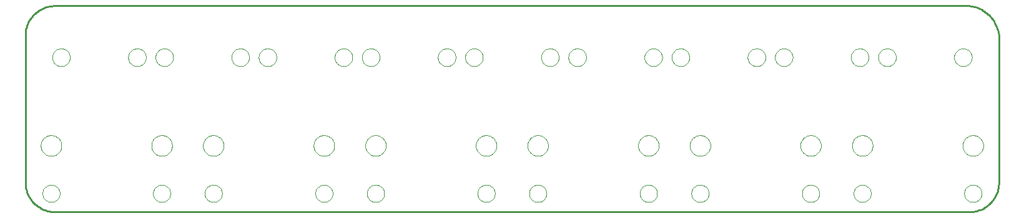
<source format=gko>
G75*
G70*
%OFA0B0*%
%FSLAX24Y24*%
%IPPOS*%
%LPD*%
%AMOC8*
5,1,8,0,0,1.08239X$1,22.5*
%
%ADD10C,0.0100*%
%ADD11C,0.0000*%
D10*
X026003Y001756D02*
X026003Y009630D01*
X026005Y009707D01*
X026011Y009784D01*
X026020Y009861D01*
X026033Y009937D01*
X026050Y010013D01*
X026071Y010087D01*
X026095Y010161D01*
X026123Y010233D01*
X026154Y010303D01*
X026189Y010372D01*
X026227Y010440D01*
X026268Y010505D01*
X026313Y010568D01*
X026361Y010629D01*
X026411Y010688D01*
X026464Y010744D01*
X026520Y010797D01*
X026579Y010847D01*
X026640Y010895D01*
X026703Y010940D01*
X026768Y010981D01*
X026836Y011019D01*
X026905Y011054D01*
X026975Y011085D01*
X027047Y011113D01*
X027121Y011137D01*
X027195Y011158D01*
X027271Y011175D01*
X027347Y011188D01*
X027424Y011197D01*
X027501Y011203D01*
X027578Y011205D01*
X076397Y011205D01*
X076481Y011194D01*
X076564Y011178D01*
X076647Y011159D01*
X076729Y011136D01*
X076809Y011109D01*
X076888Y011078D01*
X076966Y011043D01*
X077041Y011005D01*
X077115Y010963D01*
X077187Y010918D01*
X077257Y010869D01*
X077324Y010817D01*
X077388Y010762D01*
X077450Y010704D01*
X077509Y010643D01*
X077565Y010580D01*
X077618Y010513D01*
X077668Y010445D01*
X077715Y010374D01*
X077758Y010301D01*
X077797Y010225D01*
X077833Y010149D01*
X077865Y010070D01*
X077894Y009990D01*
X077918Y009909D01*
X077939Y009827D01*
X077956Y009743D01*
X077969Y009659D01*
X077977Y009575D01*
X077982Y009490D01*
X077983Y009405D01*
X077979Y009321D01*
X077972Y009236D01*
X077972Y009237D02*
X077972Y001756D01*
X077970Y001679D01*
X077964Y001602D01*
X077955Y001525D01*
X077942Y001449D01*
X077925Y001373D01*
X077904Y001299D01*
X077880Y001225D01*
X077852Y001153D01*
X077821Y001083D01*
X077786Y001014D01*
X077748Y000946D01*
X077707Y000881D01*
X077662Y000818D01*
X077614Y000757D01*
X077564Y000698D01*
X077511Y000642D01*
X077455Y000589D01*
X077396Y000539D01*
X077335Y000491D01*
X077272Y000446D01*
X077207Y000405D01*
X077139Y000367D01*
X077070Y000332D01*
X077000Y000301D01*
X076928Y000273D01*
X076854Y000249D01*
X076780Y000228D01*
X076704Y000211D01*
X076628Y000198D01*
X076551Y000189D01*
X076474Y000183D01*
X076397Y000181D01*
X027578Y000181D01*
X027501Y000183D01*
X027424Y000189D01*
X027347Y000198D01*
X027271Y000211D01*
X027195Y000228D01*
X027121Y000249D01*
X027047Y000273D01*
X026975Y000301D01*
X026905Y000332D01*
X026836Y000367D01*
X026768Y000405D01*
X026703Y000446D01*
X026640Y000491D01*
X026579Y000539D01*
X026520Y000589D01*
X026464Y000642D01*
X026411Y000698D01*
X026361Y000757D01*
X026313Y000818D01*
X026268Y000881D01*
X026227Y000946D01*
X026189Y001014D01*
X026154Y001083D01*
X026123Y001153D01*
X026095Y001225D01*
X026071Y001299D01*
X026050Y001373D01*
X026033Y001449D01*
X026020Y001525D01*
X026011Y001602D01*
X026005Y001679D01*
X026003Y001756D01*
D11*
X026918Y001166D02*
X026920Y001209D01*
X026926Y001251D01*
X026936Y001293D01*
X026949Y001333D01*
X026967Y001372D01*
X026987Y001410D01*
X027012Y001445D01*
X027039Y001478D01*
X027069Y001508D01*
X027102Y001535D01*
X027137Y001560D01*
X027175Y001580D01*
X027214Y001598D01*
X027254Y001611D01*
X027296Y001621D01*
X027338Y001627D01*
X027381Y001629D01*
X027424Y001627D01*
X027466Y001621D01*
X027508Y001611D01*
X027548Y001598D01*
X027587Y001580D01*
X027625Y001560D01*
X027660Y001535D01*
X027693Y001508D01*
X027723Y001478D01*
X027750Y001445D01*
X027775Y001410D01*
X027795Y001372D01*
X027813Y001333D01*
X027826Y001293D01*
X027836Y001251D01*
X027842Y001209D01*
X027844Y001166D01*
X027842Y001123D01*
X027836Y001081D01*
X027826Y001039D01*
X027813Y000999D01*
X027795Y000960D01*
X027775Y000922D01*
X027750Y000887D01*
X027723Y000854D01*
X027693Y000824D01*
X027660Y000797D01*
X027625Y000772D01*
X027587Y000752D01*
X027548Y000734D01*
X027508Y000721D01*
X027466Y000711D01*
X027424Y000705D01*
X027381Y000703D01*
X027338Y000705D01*
X027296Y000711D01*
X027254Y000721D01*
X027214Y000734D01*
X027175Y000752D01*
X027137Y000772D01*
X027102Y000797D01*
X027069Y000824D01*
X027039Y000854D01*
X027012Y000887D01*
X026987Y000922D01*
X026967Y000960D01*
X026949Y000999D01*
X026936Y001039D01*
X026926Y001081D01*
X026920Y001123D01*
X026918Y001166D01*
X032824Y001166D02*
X032826Y001209D01*
X032832Y001251D01*
X032842Y001293D01*
X032855Y001333D01*
X032873Y001372D01*
X032893Y001410D01*
X032918Y001445D01*
X032945Y001478D01*
X032975Y001508D01*
X033008Y001535D01*
X033043Y001560D01*
X033081Y001580D01*
X033120Y001598D01*
X033160Y001611D01*
X033202Y001621D01*
X033244Y001627D01*
X033287Y001629D01*
X033330Y001627D01*
X033372Y001621D01*
X033414Y001611D01*
X033454Y001598D01*
X033493Y001580D01*
X033531Y001560D01*
X033566Y001535D01*
X033599Y001508D01*
X033629Y001478D01*
X033656Y001445D01*
X033681Y001410D01*
X033701Y001372D01*
X033719Y001333D01*
X033732Y001293D01*
X033742Y001251D01*
X033748Y001209D01*
X033750Y001166D01*
X033748Y001123D01*
X033742Y001081D01*
X033732Y001039D01*
X033719Y000999D01*
X033701Y000960D01*
X033681Y000922D01*
X033656Y000887D01*
X033629Y000854D01*
X033599Y000824D01*
X033566Y000797D01*
X033531Y000772D01*
X033493Y000752D01*
X033454Y000734D01*
X033414Y000721D01*
X033372Y000711D01*
X033330Y000705D01*
X033287Y000703D01*
X033244Y000705D01*
X033202Y000711D01*
X033160Y000721D01*
X033120Y000734D01*
X033081Y000752D01*
X033043Y000772D01*
X033008Y000797D01*
X032975Y000824D01*
X032945Y000854D01*
X032918Y000887D01*
X032893Y000922D01*
X032873Y000960D01*
X032855Y000999D01*
X032842Y001039D01*
X032832Y001081D01*
X032826Y001123D01*
X032824Y001166D01*
X035580Y001166D02*
X035582Y001209D01*
X035588Y001251D01*
X035598Y001293D01*
X035611Y001333D01*
X035629Y001372D01*
X035649Y001410D01*
X035674Y001445D01*
X035701Y001478D01*
X035731Y001508D01*
X035764Y001535D01*
X035799Y001560D01*
X035837Y001580D01*
X035876Y001598D01*
X035916Y001611D01*
X035958Y001621D01*
X036000Y001627D01*
X036043Y001629D01*
X036086Y001627D01*
X036128Y001621D01*
X036170Y001611D01*
X036210Y001598D01*
X036249Y001580D01*
X036287Y001560D01*
X036322Y001535D01*
X036355Y001508D01*
X036385Y001478D01*
X036412Y001445D01*
X036437Y001410D01*
X036457Y001372D01*
X036475Y001333D01*
X036488Y001293D01*
X036498Y001251D01*
X036504Y001209D01*
X036506Y001166D01*
X036504Y001123D01*
X036498Y001081D01*
X036488Y001039D01*
X036475Y000999D01*
X036457Y000960D01*
X036437Y000922D01*
X036412Y000887D01*
X036385Y000854D01*
X036355Y000824D01*
X036322Y000797D01*
X036287Y000772D01*
X036249Y000752D01*
X036210Y000734D01*
X036170Y000721D01*
X036128Y000711D01*
X036086Y000705D01*
X036043Y000703D01*
X036000Y000705D01*
X035958Y000711D01*
X035916Y000721D01*
X035876Y000734D01*
X035837Y000752D01*
X035799Y000772D01*
X035764Y000797D01*
X035731Y000824D01*
X035701Y000854D01*
X035674Y000887D01*
X035649Y000922D01*
X035629Y000960D01*
X035611Y000999D01*
X035598Y001039D01*
X035588Y001081D01*
X035582Y001123D01*
X035580Y001166D01*
X041485Y001166D02*
X041487Y001209D01*
X041493Y001251D01*
X041503Y001293D01*
X041516Y001333D01*
X041534Y001372D01*
X041554Y001410D01*
X041579Y001445D01*
X041606Y001478D01*
X041636Y001508D01*
X041669Y001535D01*
X041704Y001560D01*
X041742Y001580D01*
X041781Y001598D01*
X041821Y001611D01*
X041863Y001621D01*
X041905Y001627D01*
X041948Y001629D01*
X041991Y001627D01*
X042033Y001621D01*
X042075Y001611D01*
X042115Y001598D01*
X042154Y001580D01*
X042192Y001560D01*
X042227Y001535D01*
X042260Y001508D01*
X042290Y001478D01*
X042317Y001445D01*
X042342Y001410D01*
X042362Y001372D01*
X042380Y001333D01*
X042393Y001293D01*
X042403Y001251D01*
X042409Y001209D01*
X042411Y001166D01*
X042409Y001123D01*
X042403Y001081D01*
X042393Y001039D01*
X042380Y000999D01*
X042362Y000960D01*
X042342Y000922D01*
X042317Y000887D01*
X042290Y000854D01*
X042260Y000824D01*
X042227Y000797D01*
X042192Y000772D01*
X042154Y000752D01*
X042115Y000734D01*
X042075Y000721D01*
X042033Y000711D01*
X041991Y000705D01*
X041948Y000703D01*
X041905Y000705D01*
X041863Y000711D01*
X041821Y000721D01*
X041781Y000734D01*
X041742Y000752D01*
X041704Y000772D01*
X041669Y000797D01*
X041636Y000824D01*
X041606Y000854D01*
X041579Y000887D01*
X041554Y000922D01*
X041534Y000960D01*
X041516Y000999D01*
X041503Y001039D01*
X041493Y001081D01*
X041487Y001123D01*
X041485Y001166D01*
X044241Y001166D02*
X044243Y001209D01*
X044249Y001251D01*
X044259Y001293D01*
X044272Y001333D01*
X044290Y001372D01*
X044310Y001410D01*
X044335Y001445D01*
X044362Y001478D01*
X044392Y001508D01*
X044425Y001535D01*
X044460Y001560D01*
X044498Y001580D01*
X044537Y001598D01*
X044577Y001611D01*
X044619Y001621D01*
X044661Y001627D01*
X044704Y001629D01*
X044747Y001627D01*
X044789Y001621D01*
X044831Y001611D01*
X044871Y001598D01*
X044910Y001580D01*
X044948Y001560D01*
X044983Y001535D01*
X045016Y001508D01*
X045046Y001478D01*
X045073Y001445D01*
X045098Y001410D01*
X045118Y001372D01*
X045136Y001333D01*
X045149Y001293D01*
X045159Y001251D01*
X045165Y001209D01*
X045167Y001166D01*
X045165Y001123D01*
X045159Y001081D01*
X045149Y001039D01*
X045136Y000999D01*
X045118Y000960D01*
X045098Y000922D01*
X045073Y000887D01*
X045046Y000854D01*
X045016Y000824D01*
X044983Y000797D01*
X044948Y000772D01*
X044910Y000752D01*
X044871Y000734D01*
X044831Y000721D01*
X044789Y000711D01*
X044747Y000705D01*
X044704Y000703D01*
X044661Y000705D01*
X044619Y000711D01*
X044577Y000721D01*
X044537Y000734D01*
X044498Y000752D01*
X044460Y000772D01*
X044425Y000797D01*
X044392Y000824D01*
X044362Y000854D01*
X044335Y000887D01*
X044310Y000922D01*
X044290Y000960D01*
X044272Y000999D01*
X044259Y001039D01*
X044249Y001081D01*
X044243Y001123D01*
X044241Y001166D01*
X050146Y001166D02*
X050148Y001209D01*
X050154Y001251D01*
X050164Y001293D01*
X050177Y001333D01*
X050195Y001372D01*
X050215Y001410D01*
X050240Y001445D01*
X050267Y001478D01*
X050297Y001508D01*
X050330Y001535D01*
X050365Y001560D01*
X050403Y001580D01*
X050442Y001598D01*
X050482Y001611D01*
X050524Y001621D01*
X050566Y001627D01*
X050609Y001629D01*
X050652Y001627D01*
X050694Y001621D01*
X050736Y001611D01*
X050776Y001598D01*
X050815Y001580D01*
X050853Y001560D01*
X050888Y001535D01*
X050921Y001508D01*
X050951Y001478D01*
X050978Y001445D01*
X051003Y001410D01*
X051023Y001372D01*
X051041Y001333D01*
X051054Y001293D01*
X051064Y001251D01*
X051070Y001209D01*
X051072Y001166D01*
X051070Y001123D01*
X051064Y001081D01*
X051054Y001039D01*
X051041Y000999D01*
X051023Y000960D01*
X051003Y000922D01*
X050978Y000887D01*
X050951Y000854D01*
X050921Y000824D01*
X050888Y000797D01*
X050853Y000772D01*
X050815Y000752D01*
X050776Y000734D01*
X050736Y000721D01*
X050694Y000711D01*
X050652Y000705D01*
X050609Y000703D01*
X050566Y000705D01*
X050524Y000711D01*
X050482Y000721D01*
X050442Y000734D01*
X050403Y000752D01*
X050365Y000772D01*
X050330Y000797D01*
X050297Y000824D01*
X050267Y000854D01*
X050240Y000887D01*
X050215Y000922D01*
X050195Y000960D01*
X050177Y000999D01*
X050164Y001039D01*
X050154Y001081D01*
X050148Y001123D01*
X050146Y001166D01*
X052902Y001166D02*
X052904Y001209D01*
X052910Y001251D01*
X052920Y001293D01*
X052933Y001333D01*
X052951Y001372D01*
X052971Y001410D01*
X052996Y001445D01*
X053023Y001478D01*
X053053Y001508D01*
X053086Y001535D01*
X053121Y001560D01*
X053159Y001580D01*
X053198Y001598D01*
X053238Y001611D01*
X053280Y001621D01*
X053322Y001627D01*
X053365Y001629D01*
X053408Y001627D01*
X053450Y001621D01*
X053492Y001611D01*
X053532Y001598D01*
X053571Y001580D01*
X053609Y001560D01*
X053644Y001535D01*
X053677Y001508D01*
X053707Y001478D01*
X053734Y001445D01*
X053759Y001410D01*
X053779Y001372D01*
X053797Y001333D01*
X053810Y001293D01*
X053820Y001251D01*
X053826Y001209D01*
X053828Y001166D01*
X053826Y001123D01*
X053820Y001081D01*
X053810Y001039D01*
X053797Y000999D01*
X053779Y000960D01*
X053759Y000922D01*
X053734Y000887D01*
X053707Y000854D01*
X053677Y000824D01*
X053644Y000797D01*
X053609Y000772D01*
X053571Y000752D01*
X053532Y000734D01*
X053492Y000721D01*
X053450Y000711D01*
X053408Y000705D01*
X053365Y000703D01*
X053322Y000705D01*
X053280Y000711D01*
X053238Y000721D01*
X053198Y000734D01*
X053159Y000752D01*
X053121Y000772D01*
X053086Y000797D01*
X053053Y000824D01*
X053023Y000854D01*
X052996Y000887D01*
X052971Y000922D01*
X052951Y000960D01*
X052933Y000999D01*
X052920Y001039D01*
X052910Y001081D01*
X052904Y001123D01*
X052902Y001166D01*
X058808Y001166D02*
X058810Y001209D01*
X058816Y001251D01*
X058826Y001293D01*
X058839Y001333D01*
X058857Y001372D01*
X058877Y001410D01*
X058902Y001445D01*
X058929Y001478D01*
X058959Y001508D01*
X058992Y001535D01*
X059027Y001560D01*
X059065Y001580D01*
X059104Y001598D01*
X059144Y001611D01*
X059186Y001621D01*
X059228Y001627D01*
X059271Y001629D01*
X059314Y001627D01*
X059356Y001621D01*
X059398Y001611D01*
X059438Y001598D01*
X059477Y001580D01*
X059515Y001560D01*
X059550Y001535D01*
X059583Y001508D01*
X059613Y001478D01*
X059640Y001445D01*
X059665Y001410D01*
X059685Y001372D01*
X059703Y001333D01*
X059716Y001293D01*
X059726Y001251D01*
X059732Y001209D01*
X059734Y001166D01*
X059732Y001123D01*
X059726Y001081D01*
X059716Y001039D01*
X059703Y000999D01*
X059685Y000960D01*
X059665Y000922D01*
X059640Y000887D01*
X059613Y000854D01*
X059583Y000824D01*
X059550Y000797D01*
X059515Y000772D01*
X059477Y000752D01*
X059438Y000734D01*
X059398Y000721D01*
X059356Y000711D01*
X059314Y000705D01*
X059271Y000703D01*
X059228Y000705D01*
X059186Y000711D01*
X059144Y000721D01*
X059104Y000734D01*
X059065Y000752D01*
X059027Y000772D01*
X058992Y000797D01*
X058959Y000824D01*
X058929Y000854D01*
X058902Y000887D01*
X058877Y000922D01*
X058857Y000960D01*
X058839Y000999D01*
X058826Y001039D01*
X058816Y001081D01*
X058810Y001123D01*
X058808Y001166D01*
X061564Y001166D02*
X061566Y001209D01*
X061572Y001251D01*
X061582Y001293D01*
X061595Y001333D01*
X061613Y001372D01*
X061633Y001410D01*
X061658Y001445D01*
X061685Y001478D01*
X061715Y001508D01*
X061748Y001535D01*
X061783Y001560D01*
X061821Y001580D01*
X061860Y001598D01*
X061900Y001611D01*
X061942Y001621D01*
X061984Y001627D01*
X062027Y001629D01*
X062070Y001627D01*
X062112Y001621D01*
X062154Y001611D01*
X062194Y001598D01*
X062233Y001580D01*
X062271Y001560D01*
X062306Y001535D01*
X062339Y001508D01*
X062369Y001478D01*
X062396Y001445D01*
X062421Y001410D01*
X062441Y001372D01*
X062459Y001333D01*
X062472Y001293D01*
X062482Y001251D01*
X062488Y001209D01*
X062490Y001166D01*
X062488Y001123D01*
X062482Y001081D01*
X062472Y001039D01*
X062459Y000999D01*
X062441Y000960D01*
X062421Y000922D01*
X062396Y000887D01*
X062369Y000854D01*
X062339Y000824D01*
X062306Y000797D01*
X062271Y000772D01*
X062233Y000752D01*
X062194Y000734D01*
X062154Y000721D01*
X062112Y000711D01*
X062070Y000705D01*
X062027Y000703D01*
X061984Y000705D01*
X061942Y000711D01*
X061900Y000721D01*
X061860Y000734D01*
X061821Y000752D01*
X061783Y000772D01*
X061748Y000797D01*
X061715Y000824D01*
X061685Y000854D01*
X061658Y000887D01*
X061633Y000922D01*
X061613Y000960D01*
X061595Y000999D01*
X061582Y001039D01*
X061572Y001081D01*
X061566Y001123D01*
X061564Y001166D01*
X067469Y001166D02*
X067471Y001209D01*
X067477Y001251D01*
X067487Y001293D01*
X067500Y001333D01*
X067518Y001372D01*
X067538Y001410D01*
X067563Y001445D01*
X067590Y001478D01*
X067620Y001508D01*
X067653Y001535D01*
X067688Y001560D01*
X067726Y001580D01*
X067765Y001598D01*
X067805Y001611D01*
X067847Y001621D01*
X067889Y001627D01*
X067932Y001629D01*
X067975Y001627D01*
X068017Y001621D01*
X068059Y001611D01*
X068099Y001598D01*
X068138Y001580D01*
X068176Y001560D01*
X068211Y001535D01*
X068244Y001508D01*
X068274Y001478D01*
X068301Y001445D01*
X068326Y001410D01*
X068346Y001372D01*
X068364Y001333D01*
X068377Y001293D01*
X068387Y001251D01*
X068393Y001209D01*
X068395Y001166D01*
X068393Y001123D01*
X068387Y001081D01*
X068377Y001039D01*
X068364Y000999D01*
X068346Y000960D01*
X068326Y000922D01*
X068301Y000887D01*
X068274Y000854D01*
X068244Y000824D01*
X068211Y000797D01*
X068176Y000772D01*
X068138Y000752D01*
X068099Y000734D01*
X068059Y000721D01*
X068017Y000711D01*
X067975Y000705D01*
X067932Y000703D01*
X067889Y000705D01*
X067847Y000711D01*
X067805Y000721D01*
X067765Y000734D01*
X067726Y000752D01*
X067688Y000772D01*
X067653Y000797D01*
X067620Y000824D01*
X067590Y000854D01*
X067563Y000887D01*
X067538Y000922D01*
X067518Y000960D01*
X067500Y000999D01*
X067487Y001039D01*
X067477Y001081D01*
X067471Y001123D01*
X067469Y001166D01*
X070225Y001166D02*
X070227Y001209D01*
X070233Y001251D01*
X070243Y001293D01*
X070256Y001333D01*
X070274Y001372D01*
X070294Y001410D01*
X070319Y001445D01*
X070346Y001478D01*
X070376Y001508D01*
X070409Y001535D01*
X070444Y001560D01*
X070482Y001580D01*
X070521Y001598D01*
X070561Y001611D01*
X070603Y001621D01*
X070645Y001627D01*
X070688Y001629D01*
X070731Y001627D01*
X070773Y001621D01*
X070815Y001611D01*
X070855Y001598D01*
X070894Y001580D01*
X070932Y001560D01*
X070967Y001535D01*
X071000Y001508D01*
X071030Y001478D01*
X071057Y001445D01*
X071082Y001410D01*
X071102Y001372D01*
X071120Y001333D01*
X071133Y001293D01*
X071143Y001251D01*
X071149Y001209D01*
X071151Y001166D01*
X071149Y001123D01*
X071143Y001081D01*
X071133Y001039D01*
X071120Y000999D01*
X071102Y000960D01*
X071082Y000922D01*
X071057Y000887D01*
X071030Y000854D01*
X071000Y000824D01*
X070967Y000797D01*
X070932Y000772D01*
X070894Y000752D01*
X070855Y000734D01*
X070815Y000721D01*
X070773Y000711D01*
X070731Y000705D01*
X070688Y000703D01*
X070645Y000705D01*
X070603Y000711D01*
X070561Y000721D01*
X070521Y000734D01*
X070482Y000752D01*
X070444Y000772D01*
X070409Y000797D01*
X070376Y000824D01*
X070346Y000854D01*
X070319Y000887D01*
X070294Y000922D01*
X070274Y000960D01*
X070256Y000999D01*
X070243Y001039D01*
X070233Y001081D01*
X070227Y001123D01*
X070225Y001166D01*
X070137Y003725D02*
X070139Y003772D01*
X070145Y003818D01*
X070155Y003864D01*
X070168Y003909D01*
X070186Y003952D01*
X070207Y003994D01*
X070231Y004034D01*
X070259Y004071D01*
X070290Y004106D01*
X070324Y004139D01*
X070360Y004168D01*
X070399Y004194D01*
X070440Y004217D01*
X070483Y004236D01*
X070527Y004252D01*
X070572Y004264D01*
X070618Y004272D01*
X070665Y004276D01*
X070711Y004276D01*
X070758Y004272D01*
X070804Y004264D01*
X070849Y004252D01*
X070893Y004236D01*
X070936Y004217D01*
X070977Y004194D01*
X071016Y004168D01*
X071052Y004139D01*
X071086Y004106D01*
X071117Y004071D01*
X071145Y004034D01*
X071169Y003994D01*
X071190Y003952D01*
X071208Y003909D01*
X071221Y003864D01*
X071231Y003818D01*
X071237Y003772D01*
X071239Y003725D01*
X071237Y003678D01*
X071231Y003632D01*
X071221Y003586D01*
X071208Y003541D01*
X071190Y003498D01*
X071169Y003456D01*
X071145Y003416D01*
X071117Y003379D01*
X071086Y003344D01*
X071052Y003311D01*
X071016Y003282D01*
X070977Y003256D01*
X070936Y003233D01*
X070893Y003214D01*
X070849Y003198D01*
X070804Y003186D01*
X070758Y003178D01*
X070711Y003174D01*
X070665Y003174D01*
X070618Y003178D01*
X070572Y003186D01*
X070527Y003198D01*
X070483Y003214D01*
X070440Y003233D01*
X070399Y003256D01*
X070360Y003282D01*
X070324Y003311D01*
X070290Y003344D01*
X070259Y003379D01*
X070231Y003416D01*
X070207Y003456D01*
X070186Y003498D01*
X070168Y003541D01*
X070155Y003586D01*
X070145Y003632D01*
X070139Y003678D01*
X070137Y003725D01*
X067381Y003725D02*
X067383Y003772D01*
X067389Y003818D01*
X067399Y003864D01*
X067412Y003909D01*
X067430Y003952D01*
X067451Y003994D01*
X067475Y004034D01*
X067503Y004071D01*
X067534Y004106D01*
X067568Y004139D01*
X067604Y004168D01*
X067643Y004194D01*
X067684Y004217D01*
X067727Y004236D01*
X067771Y004252D01*
X067816Y004264D01*
X067862Y004272D01*
X067909Y004276D01*
X067955Y004276D01*
X068002Y004272D01*
X068048Y004264D01*
X068093Y004252D01*
X068137Y004236D01*
X068180Y004217D01*
X068221Y004194D01*
X068260Y004168D01*
X068296Y004139D01*
X068330Y004106D01*
X068361Y004071D01*
X068389Y004034D01*
X068413Y003994D01*
X068434Y003952D01*
X068452Y003909D01*
X068465Y003864D01*
X068475Y003818D01*
X068481Y003772D01*
X068483Y003725D01*
X068481Y003678D01*
X068475Y003632D01*
X068465Y003586D01*
X068452Y003541D01*
X068434Y003498D01*
X068413Y003456D01*
X068389Y003416D01*
X068361Y003379D01*
X068330Y003344D01*
X068296Y003311D01*
X068260Y003282D01*
X068221Y003256D01*
X068180Y003233D01*
X068137Y003214D01*
X068093Y003198D01*
X068048Y003186D01*
X068002Y003178D01*
X067955Y003174D01*
X067909Y003174D01*
X067862Y003178D01*
X067816Y003186D01*
X067771Y003198D01*
X067727Y003214D01*
X067684Y003233D01*
X067643Y003256D01*
X067604Y003282D01*
X067568Y003311D01*
X067534Y003344D01*
X067503Y003379D01*
X067475Y003416D01*
X067451Y003456D01*
X067430Y003498D01*
X067412Y003541D01*
X067399Y003586D01*
X067389Y003632D01*
X067383Y003678D01*
X067381Y003725D01*
X061476Y003725D02*
X061478Y003772D01*
X061484Y003818D01*
X061494Y003864D01*
X061507Y003909D01*
X061525Y003952D01*
X061546Y003994D01*
X061570Y004034D01*
X061598Y004071D01*
X061629Y004106D01*
X061663Y004139D01*
X061699Y004168D01*
X061738Y004194D01*
X061779Y004217D01*
X061822Y004236D01*
X061866Y004252D01*
X061911Y004264D01*
X061957Y004272D01*
X062004Y004276D01*
X062050Y004276D01*
X062097Y004272D01*
X062143Y004264D01*
X062188Y004252D01*
X062232Y004236D01*
X062275Y004217D01*
X062316Y004194D01*
X062355Y004168D01*
X062391Y004139D01*
X062425Y004106D01*
X062456Y004071D01*
X062484Y004034D01*
X062508Y003994D01*
X062529Y003952D01*
X062547Y003909D01*
X062560Y003864D01*
X062570Y003818D01*
X062576Y003772D01*
X062578Y003725D01*
X062576Y003678D01*
X062570Y003632D01*
X062560Y003586D01*
X062547Y003541D01*
X062529Y003498D01*
X062508Y003456D01*
X062484Y003416D01*
X062456Y003379D01*
X062425Y003344D01*
X062391Y003311D01*
X062355Y003282D01*
X062316Y003256D01*
X062275Y003233D01*
X062232Y003214D01*
X062188Y003198D01*
X062143Y003186D01*
X062097Y003178D01*
X062050Y003174D01*
X062004Y003174D01*
X061957Y003178D01*
X061911Y003186D01*
X061866Y003198D01*
X061822Y003214D01*
X061779Y003233D01*
X061738Y003256D01*
X061699Y003282D01*
X061663Y003311D01*
X061629Y003344D01*
X061598Y003379D01*
X061570Y003416D01*
X061546Y003456D01*
X061525Y003498D01*
X061507Y003541D01*
X061494Y003586D01*
X061484Y003632D01*
X061478Y003678D01*
X061476Y003725D01*
X058720Y003725D02*
X058722Y003772D01*
X058728Y003818D01*
X058738Y003864D01*
X058751Y003909D01*
X058769Y003952D01*
X058790Y003994D01*
X058814Y004034D01*
X058842Y004071D01*
X058873Y004106D01*
X058907Y004139D01*
X058943Y004168D01*
X058982Y004194D01*
X059023Y004217D01*
X059066Y004236D01*
X059110Y004252D01*
X059155Y004264D01*
X059201Y004272D01*
X059248Y004276D01*
X059294Y004276D01*
X059341Y004272D01*
X059387Y004264D01*
X059432Y004252D01*
X059476Y004236D01*
X059519Y004217D01*
X059560Y004194D01*
X059599Y004168D01*
X059635Y004139D01*
X059669Y004106D01*
X059700Y004071D01*
X059728Y004034D01*
X059752Y003994D01*
X059773Y003952D01*
X059791Y003909D01*
X059804Y003864D01*
X059814Y003818D01*
X059820Y003772D01*
X059822Y003725D01*
X059820Y003678D01*
X059814Y003632D01*
X059804Y003586D01*
X059791Y003541D01*
X059773Y003498D01*
X059752Y003456D01*
X059728Y003416D01*
X059700Y003379D01*
X059669Y003344D01*
X059635Y003311D01*
X059599Y003282D01*
X059560Y003256D01*
X059519Y003233D01*
X059476Y003214D01*
X059432Y003198D01*
X059387Y003186D01*
X059341Y003178D01*
X059294Y003174D01*
X059248Y003174D01*
X059201Y003178D01*
X059155Y003186D01*
X059110Y003198D01*
X059066Y003214D01*
X059023Y003233D01*
X058982Y003256D01*
X058943Y003282D01*
X058907Y003311D01*
X058873Y003344D01*
X058842Y003379D01*
X058814Y003416D01*
X058790Y003456D01*
X058769Y003498D01*
X058751Y003541D01*
X058738Y003586D01*
X058728Y003632D01*
X058722Y003678D01*
X058720Y003725D01*
X052814Y003725D02*
X052816Y003772D01*
X052822Y003818D01*
X052832Y003864D01*
X052845Y003909D01*
X052863Y003952D01*
X052884Y003994D01*
X052908Y004034D01*
X052936Y004071D01*
X052967Y004106D01*
X053001Y004139D01*
X053037Y004168D01*
X053076Y004194D01*
X053117Y004217D01*
X053160Y004236D01*
X053204Y004252D01*
X053249Y004264D01*
X053295Y004272D01*
X053342Y004276D01*
X053388Y004276D01*
X053435Y004272D01*
X053481Y004264D01*
X053526Y004252D01*
X053570Y004236D01*
X053613Y004217D01*
X053654Y004194D01*
X053693Y004168D01*
X053729Y004139D01*
X053763Y004106D01*
X053794Y004071D01*
X053822Y004034D01*
X053846Y003994D01*
X053867Y003952D01*
X053885Y003909D01*
X053898Y003864D01*
X053908Y003818D01*
X053914Y003772D01*
X053916Y003725D01*
X053914Y003678D01*
X053908Y003632D01*
X053898Y003586D01*
X053885Y003541D01*
X053867Y003498D01*
X053846Y003456D01*
X053822Y003416D01*
X053794Y003379D01*
X053763Y003344D01*
X053729Y003311D01*
X053693Y003282D01*
X053654Y003256D01*
X053613Y003233D01*
X053570Y003214D01*
X053526Y003198D01*
X053481Y003186D01*
X053435Y003178D01*
X053388Y003174D01*
X053342Y003174D01*
X053295Y003178D01*
X053249Y003186D01*
X053204Y003198D01*
X053160Y003214D01*
X053117Y003233D01*
X053076Y003256D01*
X053037Y003282D01*
X053001Y003311D01*
X052967Y003344D01*
X052936Y003379D01*
X052908Y003416D01*
X052884Y003456D01*
X052863Y003498D01*
X052845Y003541D01*
X052832Y003586D01*
X052822Y003632D01*
X052816Y003678D01*
X052814Y003725D01*
X050058Y003725D02*
X050060Y003772D01*
X050066Y003818D01*
X050076Y003864D01*
X050089Y003909D01*
X050107Y003952D01*
X050128Y003994D01*
X050152Y004034D01*
X050180Y004071D01*
X050211Y004106D01*
X050245Y004139D01*
X050281Y004168D01*
X050320Y004194D01*
X050361Y004217D01*
X050404Y004236D01*
X050448Y004252D01*
X050493Y004264D01*
X050539Y004272D01*
X050586Y004276D01*
X050632Y004276D01*
X050679Y004272D01*
X050725Y004264D01*
X050770Y004252D01*
X050814Y004236D01*
X050857Y004217D01*
X050898Y004194D01*
X050937Y004168D01*
X050973Y004139D01*
X051007Y004106D01*
X051038Y004071D01*
X051066Y004034D01*
X051090Y003994D01*
X051111Y003952D01*
X051129Y003909D01*
X051142Y003864D01*
X051152Y003818D01*
X051158Y003772D01*
X051160Y003725D01*
X051158Y003678D01*
X051152Y003632D01*
X051142Y003586D01*
X051129Y003541D01*
X051111Y003498D01*
X051090Y003456D01*
X051066Y003416D01*
X051038Y003379D01*
X051007Y003344D01*
X050973Y003311D01*
X050937Y003282D01*
X050898Y003256D01*
X050857Y003233D01*
X050814Y003214D01*
X050770Y003198D01*
X050725Y003186D01*
X050679Y003178D01*
X050632Y003174D01*
X050586Y003174D01*
X050539Y003178D01*
X050493Y003186D01*
X050448Y003198D01*
X050404Y003214D01*
X050361Y003233D01*
X050320Y003256D01*
X050281Y003282D01*
X050245Y003311D01*
X050211Y003344D01*
X050180Y003379D01*
X050152Y003416D01*
X050128Y003456D01*
X050107Y003498D01*
X050089Y003541D01*
X050076Y003586D01*
X050066Y003632D01*
X050060Y003678D01*
X050058Y003725D01*
X044153Y003725D02*
X044155Y003772D01*
X044161Y003818D01*
X044171Y003864D01*
X044184Y003909D01*
X044202Y003952D01*
X044223Y003994D01*
X044247Y004034D01*
X044275Y004071D01*
X044306Y004106D01*
X044340Y004139D01*
X044376Y004168D01*
X044415Y004194D01*
X044456Y004217D01*
X044499Y004236D01*
X044543Y004252D01*
X044588Y004264D01*
X044634Y004272D01*
X044681Y004276D01*
X044727Y004276D01*
X044774Y004272D01*
X044820Y004264D01*
X044865Y004252D01*
X044909Y004236D01*
X044952Y004217D01*
X044993Y004194D01*
X045032Y004168D01*
X045068Y004139D01*
X045102Y004106D01*
X045133Y004071D01*
X045161Y004034D01*
X045185Y003994D01*
X045206Y003952D01*
X045224Y003909D01*
X045237Y003864D01*
X045247Y003818D01*
X045253Y003772D01*
X045255Y003725D01*
X045253Y003678D01*
X045247Y003632D01*
X045237Y003586D01*
X045224Y003541D01*
X045206Y003498D01*
X045185Y003456D01*
X045161Y003416D01*
X045133Y003379D01*
X045102Y003344D01*
X045068Y003311D01*
X045032Y003282D01*
X044993Y003256D01*
X044952Y003233D01*
X044909Y003214D01*
X044865Y003198D01*
X044820Y003186D01*
X044774Y003178D01*
X044727Y003174D01*
X044681Y003174D01*
X044634Y003178D01*
X044588Y003186D01*
X044543Y003198D01*
X044499Y003214D01*
X044456Y003233D01*
X044415Y003256D01*
X044376Y003282D01*
X044340Y003311D01*
X044306Y003344D01*
X044275Y003379D01*
X044247Y003416D01*
X044223Y003456D01*
X044202Y003498D01*
X044184Y003541D01*
X044171Y003586D01*
X044161Y003632D01*
X044155Y003678D01*
X044153Y003725D01*
X041397Y003725D02*
X041399Y003772D01*
X041405Y003818D01*
X041415Y003864D01*
X041428Y003909D01*
X041446Y003952D01*
X041467Y003994D01*
X041491Y004034D01*
X041519Y004071D01*
X041550Y004106D01*
X041584Y004139D01*
X041620Y004168D01*
X041659Y004194D01*
X041700Y004217D01*
X041743Y004236D01*
X041787Y004252D01*
X041832Y004264D01*
X041878Y004272D01*
X041925Y004276D01*
X041971Y004276D01*
X042018Y004272D01*
X042064Y004264D01*
X042109Y004252D01*
X042153Y004236D01*
X042196Y004217D01*
X042237Y004194D01*
X042276Y004168D01*
X042312Y004139D01*
X042346Y004106D01*
X042377Y004071D01*
X042405Y004034D01*
X042429Y003994D01*
X042450Y003952D01*
X042468Y003909D01*
X042481Y003864D01*
X042491Y003818D01*
X042497Y003772D01*
X042499Y003725D01*
X042497Y003678D01*
X042491Y003632D01*
X042481Y003586D01*
X042468Y003541D01*
X042450Y003498D01*
X042429Y003456D01*
X042405Y003416D01*
X042377Y003379D01*
X042346Y003344D01*
X042312Y003311D01*
X042276Y003282D01*
X042237Y003256D01*
X042196Y003233D01*
X042153Y003214D01*
X042109Y003198D01*
X042064Y003186D01*
X042018Y003178D01*
X041971Y003174D01*
X041925Y003174D01*
X041878Y003178D01*
X041832Y003186D01*
X041787Y003198D01*
X041743Y003214D01*
X041700Y003233D01*
X041659Y003256D01*
X041620Y003282D01*
X041584Y003311D01*
X041550Y003344D01*
X041519Y003379D01*
X041491Y003416D01*
X041467Y003456D01*
X041446Y003498D01*
X041428Y003541D01*
X041415Y003586D01*
X041405Y003632D01*
X041399Y003678D01*
X041397Y003725D01*
X035492Y003725D02*
X035494Y003772D01*
X035500Y003818D01*
X035510Y003864D01*
X035523Y003909D01*
X035541Y003952D01*
X035562Y003994D01*
X035586Y004034D01*
X035614Y004071D01*
X035645Y004106D01*
X035679Y004139D01*
X035715Y004168D01*
X035754Y004194D01*
X035795Y004217D01*
X035838Y004236D01*
X035882Y004252D01*
X035927Y004264D01*
X035973Y004272D01*
X036020Y004276D01*
X036066Y004276D01*
X036113Y004272D01*
X036159Y004264D01*
X036204Y004252D01*
X036248Y004236D01*
X036291Y004217D01*
X036332Y004194D01*
X036371Y004168D01*
X036407Y004139D01*
X036441Y004106D01*
X036472Y004071D01*
X036500Y004034D01*
X036524Y003994D01*
X036545Y003952D01*
X036563Y003909D01*
X036576Y003864D01*
X036586Y003818D01*
X036592Y003772D01*
X036594Y003725D01*
X036592Y003678D01*
X036586Y003632D01*
X036576Y003586D01*
X036563Y003541D01*
X036545Y003498D01*
X036524Y003456D01*
X036500Y003416D01*
X036472Y003379D01*
X036441Y003344D01*
X036407Y003311D01*
X036371Y003282D01*
X036332Y003256D01*
X036291Y003233D01*
X036248Y003214D01*
X036204Y003198D01*
X036159Y003186D01*
X036113Y003178D01*
X036066Y003174D01*
X036020Y003174D01*
X035973Y003178D01*
X035927Y003186D01*
X035882Y003198D01*
X035838Y003214D01*
X035795Y003233D01*
X035754Y003256D01*
X035715Y003282D01*
X035679Y003311D01*
X035645Y003344D01*
X035614Y003379D01*
X035586Y003416D01*
X035562Y003456D01*
X035541Y003498D01*
X035523Y003541D01*
X035510Y003586D01*
X035500Y003632D01*
X035494Y003678D01*
X035492Y003725D01*
X032736Y003725D02*
X032738Y003772D01*
X032744Y003818D01*
X032754Y003864D01*
X032767Y003909D01*
X032785Y003952D01*
X032806Y003994D01*
X032830Y004034D01*
X032858Y004071D01*
X032889Y004106D01*
X032923Y004139D01*
X032959Y004168D01*
X032998Y004194D01*
X033039Y004217D01*
X033082Y004236D01*
X033126Y004252D01*
X033171Y004264D01*
X033217Y004272D01*
X033264Y004276D01*
X033310Y004276D01*
X033357Y004272D01*
X033403Y004264D01*
X033448Y004252D01*
X033492Y004236D01*
X033535Y004217D01*
X033576Y004194D01*
X033615Y004168D01*
X033651Y004139D01*
X033685Y004106D01*
X033716Y004071D01*
X033744Y004034D01*
X033768Y003994D01*
X033789Y003952D01*
X033807Y003909D01*
X033820Y003864D01*
X033830Y003818D01*
X033836Y003772D01*
X033838Y003725D01*
X033836Y003678D01*
X033830Y003632D01*
X033820Y003586D01*
X033807Y003541D01*
X033789Y003498D01*
X033768Y003456D01*
X033744Y003416D01*
X033716Y003379D01*
X033685Y003344D01*
X033651Y003311D01*
X033615Y003282D01*
X033576Y003256D01*
X033535Y003233D01*
X033492Y003214D01*
X033448Y003198D01*
X033403Y003186D01*
X033357Y003178D01*
X033310Y003174D01*
X033264Y003174D01*
X033217Y003178D01*
X033171Y003186D01*
X033126Y003198D01*
X033082Y003214D01*
X033039Y003233D01*
X032998Y003256D01*
X032959Y003282D01*
X032923Y003311D01*
X032889Y003344D01*
X032858Y003379D01*
X032830Y003416D01*
X032806Y003456D01*
X032785Y003498D01*
X032767Y003541D01*
X032754Y003586D01*
X032744Y003632D01*
X032738Y003678D01*
X032736Y003725D01*
X026830Y003725D02*
X026832Y003772D01*
X026838Y003818D01*
X026848Y003864D01*
X026861Y003909D01*
X026879Y003952D01*
X026900Y003994D01*
X026924Y004034D01*
X026952Y004071D01*
X026983Y004106D01*
X027017Y004139D01*
X027053Y004168D01*
X027092Y004194D01*
X027133Y004217D01*
X027176Y004236D01*
X027220Y004252D01*
X027265Y004264D01*
X027311Y004272D01*
X027358Y004276D01*
X027404Y004276D01*
X027451Y004272D01*
X027497Y004264D01*
X027542Y004252D01*
X027586Y004236D01*
X027629Y004217D01*
X027670Y004194D01*
X027709Y004168D01*
X027745Y004139D01*
X027779Y004106D01*
X027810Y004071D01*
X027838Y004034D01*
X027862Y003994D01*
X027883Y003952D01*
X027901Y003909D01*
X027914Y003864D01*
X027924Y003818D01*
X027930Y003772D01*
X027932Y003725D01*
X027930Y003678D01*
X027924Y003632D01*
X027914Y003586D01*
X027901Y003541D01*
X027883Y003498D01*
X027862Y003456D01*
X027838Y003416D01*
X027810Y003379D01*
X027779Y003344D01*
X027745Y003311D01*
X027709Y003282D01*
X027670Y003256D01*
X027629Y003233D01*
X027586Y003214D01*
X027542Y003198D01*
X027497Y003186D01*
X027451Y003178D01*
X027404Y003174D01*
X027358Y003174D01*
X027311Y003178D01*
X027265Y003186D01*
X027220Y003198D01*
X027176Y003214D01*
X027133Y003233D01*
X027092Y003256D01*
X027053Y003282D01*
X027017Y003311D01*
X026983Y003344D01*
X026952Y003379D01*
X026924Y003416D01*
X026900Y003456D01*
X026879Y003498D01*
X026861Y003541D01*
X026848Y003586D01*
X026838Y003632D01*
X026832Y003678D01*
X026830Y003725D01*
X027439Y008449D02*
X027441Y008492D01*
X027447Y008535D01*
X027457Y008577D01*
X027470Y008618D01*
X027487Y008657D01*
X027508Y008695D01*
X027532Y008731D01*
X027559Y008765D01*
X027589Y008795D01*
X027622Y008823D01*
X027658Y008848D01*
X027695Y008870D01*
X027734Y008888D01*
X027775Y008902D01*
X027817Y008913D01*
X027859Y008920D01*
X027902Y008923D01*
X027945Y008922D01*
X027988Y008917D01*
X028030Y008908D01*
X028072Y008896D01*
X028112Y008879D01*
X028150Y008859D01*
X028186Y008836D01*
X028220Y008810D01*
X028252Y008780D01*
X028281Y008748D01*
X028306Y008713D01*
X028329Y008677D01*
X028348Y008638D01*
X028363Y008598D01*
X028375Y008556D01*
X028383Y008514D01*
X028387Y008471D01*
X028387Y008427D01*
X028383Y008384D01*
X028375Y008342D01*
X028363Y008300D01*
X028348Y008260D01*
X028329Y008221D01*
X028306Y008185D01*
X028281Y008150D01*
X028252Y008118D01*
X028220Y008088D01*
X028186Y008062D01*
X028150Y008039D01*
X028112Y008019D01*
X028072Y008002D01*
X028030Y007990D01*
X027988Y007981D01*
X027945Y007976D01*
X027902Y007975D01*
X027859Y007978D01*
X027817Y007985D01*
X027775Y007996D01*
X027734Y008010D01*
X027695Y008028D01*
X027658Y008050D01*
X027622Y008075D01*
X027589Y008103D01*
X027559Y008133D01*
X027532Y008167D01*
X027508Y008203D01*
X027487Y008241D01*
X027470Y008280D01*
X027457Y008321D01*
X027447Y008363D01*
X027441Y008406D01*
X027439Y008449D01*
X031494Y008449D02*
X031496Y008492D01*
X031502Y008535D01*
X031512Y008577D01*
X031525Y008618D01*
X031542Y008657D01*
X031563Y008695D01*
X031587Y008731D01*
X031614Y008765D01*
X031644Y008795D01*
X031677Y008823D01*
X031713Y008848D01*
X031750Y008870D01*
X031789Y008888D01*
X031830Y008902D01*
X031872Y008913D01*
X031914Y008920D01*
X031957Y008923D01*
X032000Y008922D01*
X032043Y008917D01*
X032085Y008908D01*
X032127Y008896D01*
X032167Y008879D01*
X032205Y008859D01*
X032241Y008836D01*
X032275Y008810D01*
X032307Y008780D01*
X032336Y008748D01*
X032361Y008713D01*
X032384Y008677D01*
X032403Y008638D01*
X032418Y008598D01*
X032430Y008556D01*
X032438Y008514D01*
X032442Y008471D01*
X032442Y008427D01*
X032438Y008384D01*
X032430Y008342D01*
X032418Y008300D01*
X032403Y008260D01*
X032384Y008221D01*
X032361Y008185D01*
X032336Y008150D01*
X032307Y008118D01*
X032275Y008088D01*
X032241Y008062D01*
X032205Y008039D01*
X032167Y008019D01*
X032127Y008002D01*
X032085Y007990D01*
X032043Y007981D01*
X032000Y007976D01*
X031957Y007975D01*
X031914Y007978D01*
X031872Y007985D01*
X031830Y007996D01*
X031789Y008010D01*
X031750Y008028D01*
X031713Y008050D01*
X031677Y008075D01*
X031644Y008103D01*
X031614Y008133D01*
X031587Y008167D01*
X031563Y008203D01*
X031542Y008241D01*
X031525Y008280D01*
X031512Y008321D01*
X031502Y008363D01*
X031496Y008406D01*
X031494Y008449D01*
X032950Y008449D02*
X032952Y008492D01*
X032958Y008535D01*
X032968Y008577D01*
X032981Y008618D01*
X032998Y008657D01*
X033019Y008695D01*
X033043Y008731D01*
X033070Y008765D01*
X033100Y008795D01*
X033133Y008823D01*
X033169Y008848D01*
X033206Y008870D01*
X033245Y008888D01*
X033286Y008902D01*
X033328Y008913D01*
X033370Y008920D01*
X033413Y008923D01*
X033456Y008922D01*
X033499Y008917D01*
X033541Y008908D01*
X033583Y008896D01*
X033623Y008879D01*
X033661Y008859D01*
X033697Y008836D01*
X033731Y008810D01*
X033763Y008780D01*
X033792Y008748D01*
X033817Y008713D01*
X033840Y008677D01*
X033859Y008638D01*
X033874Y008598D01*
X033886Y008556D01*
X033894Y008514D01*
X033898Y008471D01*
X033898Y008427D01*
X033894Y008384D01*
X033886Y008342D01*
X033874Y008300D01*
X033859Y008260D01*
X033840Y008221D01*
X033817Y008185D01*
X033792Y008150D01*
X033763Y008118D01*
X033731Y008088D01*
X033697Y008062D01*
X033661Y008039D01*
X033623Y008019D01*
X033583Y008002D01*
X033541Y007990D01*
X033499Y007981D01*
X033456Y007976D01*
X033413Y007975D01*
X033370Y007978D01*
X033328Y007985D01*
X033286Y007996D01*
X033245Y008010D01*
X033206Y008028D01*
X033169Y008050D01*
X033133Y008075D01*
X033100Y008103D01*
X033070Y008133D01*
X033043Y008167D01*
X033019Y008203D01*
X032998Y008241D01*
X032981Y008280D01*
X032968Y008321D01*
X032958Y008363D01*
X032952Y008406D01*
X032950Y008449D01*
X037006Y008449D02*
X037008Y008492D01*
X037014Y008535D01*
X037024Y008577D01*
X037037Y008618D01*
X037054Y008657D01*
X037075Y008695D01*
X037099Y008731D01*
X037126Y008765D01*
X037156Y008795D01*
X037189Y008823D01*
X037225Y008848D01*
X037262Y008870D01*
X037301Y008888D01*
X037342Y008902D01*
X037384Y008913D01*
X037426Y008920D01*
X037469Y008923D01*
X037512Y008922D01*
X037555Y008917D01*
X037597Y008908D01*
X037639Y008896D01*
X037679Y008879D01*
X037717Y008859D01*
X037753Y008836D01*
X037787Y008810D01*
X037819Y008780D01*
X037848Y008748D01*
X037873Y008713D01*
X037896Y008677D01*
X037915Y008638D01*
X037930Y008598D01*
X037942Y008556D01*
X037950Y008514D01*
X037954Y008471D01*
X037954Y008427D01*
X037950Y008384D01*
X037942Y008342D01*
X037930Y008300D01*
X037915Y008260D01*
X037896Y008221D01*
X037873Y008185D01*
X037848Y008150D01*
X037819Y008118D01*
X037787Y008088D01*
X037753Y008062D01*
X037717Y008039D01*
X037679Y008019D01*
X037639Y008002D01*
X037597Y007990D01*
X037555Y007981D01*
X037512Y007976D01*
X037469Y007975D01*
X037426Y007978D01*
X037384Y007985D01*
X037342Y007996D01*
X037301Y008010D01*
X037262Y008028D01*
X037225Y008050D01*
X037189Y008075D01*
X037156Y008103D01*
X037126Y008133D01*
X037099Y008167D01*
X037075Y008203D01*
X037054Y008241D01*
X037037Y008280D01*
X037024Y008321D01*
X037014Y008363D01*
X037008Y008406D01*
X037006Y008449D01*
X038462Y008449D02*
X038464Y008492D01*
X038470Y008535D01*
X038480Y008577D01*
X038493Y008618D01*
X038510Y008657D01*
X038531Y008695D01*
X038555Y008731D01*
X038582Y008765D01*
X038612Y008795D01*
X038645Y008823D01*
X038681Y008848D01*
X038718Y008870D01*
X038757Y008888D01*
X038798Y008902D01*
X038840Y008913D01*
X038882Y008920D01*
X038925Y008923D01*
X038968Y008922D01*
X039011Y008917D01*
X039053Y008908D01*
X039095Y008896D01*
X039135Y008879D01*
X039173Y008859D01*
X039209Y008836D01*
X039243Y008810D01*
X039275Y008780D01*
X039304Y008748D01*
X039329Y008713D01*
X039352Y008677D01*
X039371Y008638D01*
X039386Y008598D01*
X039398Y008556D01*
X039406Y008514D01*
X039410Y008471D01*
X039410Y008427D01*
X039406Y008384D01*
X039398Y008342D01*
X039386Y008300D01*
X039371Y008260D01*
X039352Y008221D01*
X039329Y008185D01*
X039304Y008150D01*
X039275Y008118D01*
X039243Y008088D01*
X039209Y008062D01*
X039173Y008039D01*
X039135Y008019D01*
X039095Y008002D01*
X039053Y007990D01*
X039011Y007981D01*
X038968Y007976D01*
X038925Y007975D01*
X038882Y007978D01*
X038840Y007985D01*
X038798Y007996D01*
X038757Y008010D01*
X038718Y008028D01*
X038681Y008050D01*
X038645Y008075D01*
X038612Y008103D01*
X038582Y008133D01*
X038555Y008167D01*
X038531Y008203D01*
X038510Y008241D01*
X038493Y008280D01*
X038480Y008321D01*
X038470Y008363D01*
X038464Y008406D01*
X038462Y008449D01*
X042517Y008449D02*
X042519Y008492D01*
X042525Y008535D01*
X042535Y008577D01*
X042548Y008618D01*
X042565Y008657D01*
X042586Y008695D01*
X042610Y008731D01*
X042637Y008765D01*
X042667Y008795D01*
X042700Y008823D01*
X042736Y008848D01*
X042773Y008870D01*
X042812Y008888D01*
X042853Y008902D01*
X042895Y008913D01*
X042937Y008920D01*
X042980Y008923D01*
X043023Y008922D01*
X043066Y008917D01*
X043108Y008908D01*
X043150Y008896D01*
X043190Y008879D01*
X043228Y008859D01*
X043264Y008836D01*
X043298Y008810D01*
X043330Y008780D01*
X043359Y008748D01*
X043384Y008713D01*
X043407Y008677D01*
X043426Y008638D01*
X043441Y008598D01*
X043453Y008556D01*
X043461Y008514D01*
X043465Y008471D01*
X043465Y008427D01*
X043461Y008384D01*
X043453Y008342D01*
X043441Y008300D01*
X043426Y008260D01*
X043407Y008221D01*
X043384Y008185D01*
X043359Y008150D01*
X043330Y008118D01*
X043298Y008088D01*
X043264Y008062D01*
X043228Y008039D01*
X043190Y008019D01*
X043150Y008002D01*
X043108Y007990D01*
X043066Y007981D01*
X043023Y007976D01*
X042980Y007975D01*
X042937Y007978D01*
X042895Y007985D01*
X042853Y007996D01*
X042812Y008010D01*
X042773Y008028D01*
X042736Y008050D01*
X042700Y008075D01*
X042667Y008103D01*
X042637Y008133D01*
X042610Y008167D01*
X042586Y008203D01*
X042565Y008241D01*
X042548Y008280D01*
X042535Y008321D01*
X042525Y008363D01*
X042519Y008406D01*
X042517Y008449D01*
X043974Y008449D02*
X043976Y008492D01*
X043982Y008535D01*
X043992Y008577D01*
X044005Y008618D01*
X044022Y008657D01*
X044043Y008695D01*
X044067Y008731D01*
X044094Y008765D01*
X044124Y008795D01*
X044157Y008823D01*
X044193Y008848D01*
X044230Y008870D01*
X044269Y008888D01*
X044310Y008902D01*
X044352Y008913D01*
X044394Y008920D01*
X044437Y008923D01*
X044480Y008922D01*
X044523Y008917D01*
X044565Y008908D01*
X044607Y008896D01*
X044647Y008879D01*
X044685Y008859D01*
X044721Y008836D01*
X044755Y008810D01*
X044787Y008780D01*
X044816Y008748D01*
X044841Y008713D01*
X044864Y008677D01*
X044883Y008638D01*
X044898Y008598D01*
X044910Y008556D01*
X044918Y008514D01*
X044922Y008471D01*
X044922Y008427D01*
X044918Y008384D01*
X044910Y008342D01*
X044898Y008300D01*
X044883Y008260D01*
X044864Y008221D01*
X044841Y008185D01*
X044816Y008150D01*
X044787Y008118D01*
X044755Y008088D01*
X044721Y008062D01*
X044685Y008039D01*
X044647Y008019D01*
X044607Y008002D01*
X044565Y007990D01*
X044523Y007981D01*
X044480Y007976D01*
X044437Y007975D01*
X044394Y007978D01*
X044352Y007985D01*
X044310Y007996D01*
X044269Y008010D01*
X044230Y008028D01*
X044193Y008050D01*
X044157Y008075D01*
X044124Y008103D01*
X044094Y008133D01*
X044067Y008167D01*
X044043Y008203D01*
X044022Y008241D01*
X044005Y008280D01*
X043992Y008321D01*
X043982Y008363D01*
X043976Y008406D01*
X043974Y008449D01*
X048029Y008449D02*
X048031Y008492D01*
X048037Y008535D01*
X048047Y008577D01*
X048060Y008618D01*
X048077Y008657D01*
X048098Y008695D01*
X048122Y008731D01*
X048149Y008765D01*
X048179Y008795D01*
X048212Y008823D01*
X048248Y008848D01*
X048285Y008870D01*
X048324Y008888D01*
X048365Y008902D01*
X048407Y008913D01*
X048449Y008920D01*
X048492Y008923D01*
X048535Y008922D01*
X048578Y008917D01*
X048620Y008908D01*
X048662Y008896D01*
X048702Y008879D01*
X048740Y008859D01*
X048776Y008836D01*
X048810Y008810D01*
X048842Y008780D01*
X048871Y008748D01*
X048896Y008713D01*
X048919Y008677D01*
X048938Y008638D01*
X048953Y008598D01*
X048965Y008556D01*
X048973Y008514D01*
X048977Y008471D01*
X048977Y008427D01*
X048973Y008384D01*
X048965Y008342D01*
X048953Y008300D01*
X048938Y008260D01*
X048919Y008221D01*
X048896Y008185D01*
X048871Y008150D01*
X048842Y008118D01*
X048810Y008088D01*
X048776Y008062D01*
X048740Y008039D01*
X048702Y008019D01*
X048662Y008002D01*
X048620Y007990D01*
X048578Y007981D01*
X048535Y007976D01*
X048492Y007975D01*
X048449Y007978D01*
X048407Y007985D01*
X048365Y007996D01*
X048324Y008010D01*
X048285Y008028D01*
X048248Y008050D01*
X048212Y008075D01*
X048179Y008103D01*
X048149Y008133D01*
X048122Y008167D01*
X048098Y008203D01*
X048077Y008241D01*
X048060Y008280D01*
X048047Y008321D01*
X048037Y008363D01*
X048031Y008406D01*
X048029Y008449D01*
X049486Y008449D02*
X049488Y008492D01*
X049494Y008535D01*
X049504Y008577D01*
X049517Y008618D01*
X049534Y008657D01*
X049555Y008695D01*
X049579Y008731D01*
X049606Y008765D01*
X049636Y008795D01*
X049669Y008823D01*
X049705Y008848D01*
X049742Y008870D01*
X049781Y008888D01*
X049822Y008902D01*
X049864Y008913D01*
X049906Y008920D01*
X049949Y008923D01*
X049992Y008922D01*
X050035Y008917D01*
X050077Y008908D01*
X050119Y008896D01*
X050159Y008879D01*
X050197Y008859D01*
X050233Y008836D01*
X050267Y008810D01*
X050299Y008780D01*
X050328Y008748D01*
X050353Y008713D01*
X050376Y008677D01*
X050395Y008638D01*
X050410Y008598D01*
X050422Y008556D01*
X050430Y008514D01*
X050434Y008471D01*
X050434Y008427D01*
X050430Y008384D01*
X050422Y008342D01*
X050410Y008300D01*
X050395Y008260D01*
X050376Y008221D01*
X050353Y008185D01*
X050328Y008150D01*
X050299Y008118D01*
X050267Y008088D01*
X050233Y008062D01*
X050197Y008039D01*
X050159Y008019D01*
X050119Y008002D01*
X050077Y007990D01*
X050035Y007981D01*
X049992Y007976D01*
X049949Y007975D01*
X049906Y007978D01*
X049864Y007985D01*
X049822Y007996D01*
X049781Y008010D01*
X049742Y008028D01*
X049705Y008050D01*
X049669Y008075D01*
X049636Y008103D01*
X049606Y008133D01*
X049579Y008167D01*
X049555Y008203D01*
X049534Y008241D01*
X049517Y008280D01*
X049504Y008321D01*
X049494Y008363D01*
X049488Y008406D01*
X049486Y008449D01*
X053541Y008449D02*
X053543Y008492D01*
X053549Y008535D01*
X053559Y008577D01*
X053572Y008618D01*
X053589Y008657D01*
X053610Y008695D01*
X053634Y008731D01*
X053661Y008765D01*
X053691Y008795D01*
X053724Y008823D01*
X053760Y008848D01*
X053797Y008870D01*
X053836Y008888D01*
X053877Y008902D01*
X053919Y008913D01*
X053961Y008920D01*
X054004Y008923D01*
X054047Y008922D01*
X054090Y008917D01*
X054132Y008908D01*
X054174Y008896D01*
X054214Y008879D01*
X054252Y008859D01*
X054288Y008836D01*
X054322Y008810D01*
X054354Y008780D01*
X054383Y008748D01*
X054408Y008713D01*
X054431Y008677D01*
X054450Y008638D01*
X054465Y008598D01*
X054477Y008556D01*
X054485Y008514D01*
X054489Y008471D01*
X054489Y008427D01*
X054485Y008384D01*
X054477Y008342D01*
X054465Y008300D01*
X054450Y008260D01*
X054431Y008221D01*
X054408Y008185D01*
X054383Y008150D01*
X054354Y008118D01*
X054322Y008088D01*
X054288Y008062D01*
X054252Y008039D01*
X054214Y008019D01*
X054174Y008002D01*
X054132Y007990D01*
X054090Y007981D01*
X054047Y007976D01*
X054004Y007975D01*
X053961Y007978D01*
X053919Y007985D01*
X053877Y007996D01*
X053836Y008010D01*
X053797Y008028D01*
X053760Y008050D01*
X053724Y008075D01*
X053691Y008103D01*
X053661Y008133D01*
X053634Y008167D01*
X053610Y008203D01*
X053589Y008241D01*
X053572Y008280D01*
X053559Y008321D01*
X053549Y008363D01*
X053543Y008406D01*
X053541Y008449D01*
X054998Y008449D02*
X055000Y008492D01*
X055006Y008535D01*
X055016Y008577D01*
X055029Y008618D01*
X055046Y008657D01*
X055067Y008695D01*
X055091Y008731D01*
X055118Y008765D01*
X055148Y008795D01*
X055181Y008823D01*
X055217Y008848D01*
X055254Y008870D01*
X055293Y008888D01*
X055334Y008902D01*
X055376Y008913D01*
X055418Y008920D01*
X055461Y008923D01*
X055504Y008922D01*
X055547Y008917D01*
X055589Y008908D01*
X055631Y008896D01*
X055671Y008879D01*
X055709Y008859D01*
X055745Y008836D01*
X055779Y008810D01*
X055811Y008780D01*
X055840Y008748D01*
X055865Y008713D01*
X055888Y008677D01*
X055907Y008638D01*
X055922Y008598D01*
X055934Y008556D01*
X055942Y008514D01*
X055946Y008471D01*
X055946Y008427D01*
X055942Y008384D01*
X055934Y008342D01*
X055922Y008300D01*
X055907Y008260D01*
X055888Y008221D01*
X055865Y008185D01*
X055840Y008150D01*
X055811Y008118D01*
X055779Y008088D01*
X055745Y008062D01*
X055709Y008039D01*
X055671Y008019D01*
X055631Y008002D01*
X055589Y007990D01*
X055547Y007981D01*
X055504Y007976D01*
X055461Y007975D01*
X055418Y007978D01*
X055376Y007985D01*
X055334Y007996D01*
X055293Y008010D01*
X055254Y008028D01*
X055217Y008050D01*
X055181Y008075D01*
X055148Y008103D01*
X055118Y008133D01*
X055091Y008167D01*
X055067Y008203D01*
X055046Y008241D01*
X055029Y008280D01*
X055016Y008321D01*
X055006Y008363D01*
X055000Y008406D01*
X054998Y008449D01*
X059053Y008449D02*
X059055Y008492D01*
X059061Y008535D01*
X059071Y008577D01*
X059084Y008618D01*
X059101Y008657D01*
X059122Y008695D01*
X059146Y008731D01*
X059173Y008765D01*
X059203Y008795D01*
X059236Y008823D01*
X059272Y008848D01*
X059309Y008870D01*
X059348Y008888D01*
X059389Y008902D01*
X059431Y008913D01*
X059473Y008920D01*
X059516Y008923D01*
X059559Y008922D01*
X059602Y008917D01*
X059644Y008908D01*
X059686Y008896D01*
X059726Y008879D01*
X059764Y008859D01*
X059800Y008836D01*
X059834Y008810D01*
X059866Y008780D01*
X059895Y008748D01*
X059920Y008713D01*
X059943Y008677D01*
X059962Y008638D01*
X059977Y008598D01*
X059989Y008556D01*
X059997Y008514D01*
X060001Y008471D01*
X060001Y008427D01*
X059997Y008384D01*
X059989Y008342D01*
X059977Y008300D01*
X059962Y008260D01*
X059943Y008221D01*
X059920Y008185D01*
X059895Y008150D01*
X059866Y008118D01*
X059834Y008088D01*
X059800Y008062D01*
X059764Y008039D01*
X059726Y008019D01*
X059686Y008002D01*
X059644Y007990D01*
X059602Y007981D01*
X059559Y007976D01*
X059516Y007975D01*
X059473Y007978D01*
X059431Y007985D01*
X059389Y007996D01*
X059348Y008010D01*
X059309Y008028D01*
X059272Y008050D01*
X059236Y008075D01*
X059203Y008103D01*
X059173Y008133D01*
X059146Y008167D01*
X059122Y008203D01*
X059101Y008241D01*
X059084Y008280D01*
X059071Y008321D01*
X059061Y008363D01*
X059055Y008406D01*
X059053Y008449D01*
X060509Y008449D02*
X060511Y008492D01*
X060517Y008535D01*
X060527Y008577D01*
X060540Y008618D01*
X060557Y008657D01*
X060578Y008695D01*
X060602Y008731D01*
X060629Y008765D01*
X060659Y008795D01*
X060692Y008823D01*
X060728Y008848D01*
X060765Y008870D01*
X060804Y008888D01*
X060845Y008902D01*
X060887Y008913D01*
X060929Y008920D01*
X060972Y008923D01*
X061015Y008922D01*
X061058Y008917D01*
X061100Y008908D01*
X061142Y008896D01*
X061182Y008879D01*
X061220Y008859D01*
X061256Y008836D01*
X061290Y008810D01*
X061322Y008780D01*
X061351Y008748D01*
X061376Y008713D01*
X061399Y008677D01*
X061418Y008638D01*
X061433Y008598D01*
X061445Y008556D01*
X061453Y008514D01*
X061457Y008471D01*
X061457Y008427D01*
X061453Y008384D01*
X061445Y008342D01*
X061433Y008300D01*
X061418Y008260D01*
X061399Y008221D01*
X061376Y008185D01*
X061351Y008150D01*
X061322Y008118D01*
X061290Y008088D01*
X061256Y008062D01*
X061220Y008039D01*
X061182Y008019D01*
X061142Y008002D01*
X061100Y007990D01*
X061058Y007981D01*
X061015Y007976D01*
X060972Y007975D01*
X060929Y007978D01*
X060887Y007985D01*
X060845Y007996D01*
X060804Y008010D01*
X060765Y008028D01*
X060728Y008050D01*
X060692Y008075D01*
X060659Y008103D01*
X060629Y008133D01*
X060602Y008167D01*
X060578Y008203D01*
X060557Y008241D01*
X060540Y008280D01*
X060527Y008321D01*
X060517Y008363D01*
X060511Y008406D01*
X060509Y008449D01*
X064565Y008449D02*
X064567Y008492D01*
X064573Y008535D01*
X064583Y008577D01*
X064596Y008618D01*
X064613Y008657D01*
X064634Y008695D01*
X064658Y008731D01*
X064685Y008765D01*
X064715Y008795D01*
X064748Y008823D01*
X064784Y008848D01*
X064821Y008870D01*
X064860Y008888D01*
X064901Y008902D01*
X064943Y008913D01*
X064985Y008920D01*
X065028Y008923D01*
X065071Y008922D01*
X065114Y008917D01*
X065156Y008908D01*
X065198Y008896D01*
X065238Y008879D01*
X065276Y008859D01*
X065312Y008836D01*
X065346Y008810D01*
X065378Y008780D01*
X065407Y008748D01*
X065432Y008713D01*
X065455Y008677D01*
X065474Y008638D01*
X065489Y008598D01*
X065501Y008556D01*
X065509Y008514D01*
X065513Y008471D01*
X065513Y008427D01*
X065509Y008384D01*
X065501Y008342D01*
X065489Y008300D01*
X065474Y008260D01*
X065455Y008221D01*
X065432Y008185D01*
X065407Y008150D01*
X065378Y008118D01*
X065346Y008088D01*
X065312Y008062D01*
X065276Y008039D01*
X065238Y008019D01*
X065198Y008002D01*
X065156Y007990D01*
X065114Y007981D01*
X065071Y007976D01*
X065028Y007975D01*
X064985Y007978D01*
X064943Y007985D01*
X064901Y007996D01*
X064860Y008010D01*
X064821Y008028D01*
X064784Y008050D01*
X064748Y008075D01*
X064715Y008103D01*
X064685Y008133D01*
X064658Y008167D01*
X064634Y008203D01*
X064613Y008241D01*
X064596Y008280D01*
X064583Y008321D01*
X064573Y008363D01*
X064567Y008406D01*
X064565Y008449D01*
X066021Y008449D02*
X066023Y008492D01*
X066029Y008535D01*
X066039Y008577D01*
X066052Y008618D01*
X066069Y008657D01*
X066090Y008695D01*
X066114Y008731D01*
X066141Y008765D01*
X066171Y008795D01*
X066204Y008823D01*
X066240Y008848D01*
X066277Y008870D01*
X066316Y008888D01*
X066357Y008902D01*
X066399Y008913D01*
X066441Y008920D01*
X066484Y008923D01*
X066527Y008922D01*
X066570Y008917D01*
X066612Y008908D01*
X066654Y008896D01*
X066694Y008879D01*
X066732Y008859D01*
X066768Y008836D01*
X066802Y008810D01*
X066834Y008780D01*
X066863Y008748D01*
X066888Y008713D01*
X066911Y008677D01*
X066930Y008638D01*
X066945Y008598D01*
X066957Y008556D01*
X066965Y008514D01*
X066969Y008471D01*
X066969Y008427D01*
X066965Y008384D01*
X066957Y008342D01*
X066945Y008300D01*
X066930Y008260D01*
X066911Y008221D01*
X066888Y008185D01*
X066863Y008150D01*
X066834Y008118D01*
X066802Y008088D01*
X066768Y008062D01*
X066732Y008039D01*
X066694Y008019D01*
X066654Y008002D01*
X066612Y007990D01*
X066570Y007981D01*
X066527Y007976D01*
X066484Y007975D01*
X066441Y007978D01*
X066399Y007985D01*
X066357Y007996D01*
X066316Y008010D01*
X066277Y008028D01*
X066240Y008050D01*
X066204Y008075D01*
X066171Y008103D01*
X066141Y008133D01*
X066114Y008167D01*
X066090Y008203D01*
X066069Y008241D01*
X066052Y008280D01*
X066039Y008321D01*
X066029Y008363D01*
X066023Y008406D01*
X066021Y008449D01*
X070076Y008449D02*
X070078Y008492D01*
X070084Y008535D01*
X070094Y008577D01*
X070107Y008618D01*
X070124Y008657D01*
X070145Y008695D01*
X070169Y008731D01*
X070196Y008765D01*
X070226Y008795D01*
X070259Y008823D01*
X070295Y008848D01*
X070332Y008870D01*
X070371Y008888D01*
X070412Y008902D01*
X070454Y008913D01*
X070496Y008920D01*
X070539Y008923D01*
X070582Y008922D01*
X070625Y008917D01*
X070667Y008908D01*
X070709Y008896D01*
X070749Y008879D01*
X070787Y008859D01*
X070823Y008836D01*
X070857Y008810D01*
X070889Y008780D01*
X070918Y008748D01*
X070943Y008713D01*
X070966Y008677D01*
X070985Y008638D01*
X071000Y008598D01*
X071012Y008556D01*
X071020Y008514D01*
X071024Y008471D01*
X071024Y008427D01*
X071020Y008384D01*
X071012Y008342D01*
X071000Y008300D01*
X070985Y008260D01*
X070966Y008221D01*
X070943Y008185D01*
X070918Y008150D01*
X070889Y008118D01*
X070857Y008088D01*
X070823Y008062D01*
X070787Y008039D01*
X070749Y008019D01*
X070709Y008002D01*
X070667Y007990D01*
X070625Y007981D01*
X070582Y007976D01*
X070539Y007975D01*
X070496Y007978D01*
X070454Y007985D01*
X070412Y007996D01*
X070371Y008010D01*
X070332Y008028D01*
X070295Y008050D01*
X070259Y008075D01*
X070226Y008103D01*
X070196Y008133D01*
X070169Y008167D01*
X070145Y008203D01*
X070124Y008241D01*
X070107Y008280D01*
X070094Y008321D01*
X070084Y008363D01*
X070078Y008406D01*
X070076Y008449D01*
X071533Y008449D02*
X071535Y008492D01*
X071541Y008535D01*
X071551Y008577D01*
X071564Y008618D01*
X071581Y008657D01*
X071602Y008695D01*
X071626Y008731D01*
X071653Y008765D01*
X071683Y008795D01*
X071716Y008823D01*
X071752Y008848D01*
X071789Y008870D01*
X071828Y008888D01*
X071869Y008902D01*
X071911Y008913D01*
X071953Y008920D01*
X071996Y008923D01*
X072039Y008922D01*
X072082Y008917D01*
X072124Y008908D01*
X072166Y008896D01*
X072206Y008879D01*
X072244Y008859D01*
X072280Y008836D01*
X072314Y008810D01*
X072346Y008780D01*
X072375Y008748D01*
X072400Y008713D01*
X072423Y008677D01*
X072442Y008638D01*
X072457Y008598D01*
X072469Y008556D01*
X072477Y008514D01*
X072481Y008471D01*
X072481Y008427D01*
X072477Y008384D01*
X072469Y008342D01*
X072457Y008300D01*
X072442Y008260D01*
X072423Y008221D01*
X072400Y008185D01*
X072375Y008150D01*
X072346Y008118D01*
X072314Y008088D01*
X072280Y008062D01*
X072244Y008039D01*
X072206Y008019D01*
X072166Y008002D01*
X072124Y007990D01*
X072082Y007981D01*
X072039Y007976D01*
X071996Y007975D01*
X071953Y007978D01*
X071911Y007985D01*
X071869Y007996D01*
X071828Y008010D01*
X071789Y008028D01*
X071752Y008050D01*
X071716Y008075D01*
X071683Y008103D01*
X071653Y008133D01*
X071626Y008167D01*
X071602Y008203D01*
X071581Y008241D01*
X071564Y008280D01*
X071551Y008321D01*
X071541Y008363D01*
X071535Y008406D01*
X071533Y008449D01*
X075588Y008449D02*
X075590Y008492D01*
X075596Y008535D01*
X075606Y008577D01*
X075619Y008618D01*
X075636Y008657D01*
X075657Y008695D01*
X075681Y008731D01*
X075708Y008765D01*
X075738Y008795D01*
X075771Y008823D01*
X075807Y008848D01*
X075844Y008870D01*
X075883Y008888D01*
X075924Y008902D01*
X075966Y008913D01*
X076008Y008920D01*
X076051Y008923D01*
X076094Y008922D01*
X076137Y008917D01*
X076179Y008908D01*
X076221Y008896D01*
X076261Y008879D01*
X076299Y008859D01*
X076335Y008836D01*
X076369Y008810D01*
X076401Y008780D01*
X076430Y008748D01*
X076455Y008713D01*
X076478Y008677D01*
X076497Y008638D01*
X076512Y008598D01*
X076524Y008556D01*
X076532Y008514D01*
X076536Y008471D01*
X076536Y008427D01*
X076532Y008384D01*
X076524Y008342D01*
X076512Y008300D01*
X076497Y008260D01*
X076478Y008221D01*
X076455Y008185D01*
X076430Y008150D01*
X076401Y008118D01*
X076369Y008088D01*
X076335Y008062D01*
X076299Y008039D01*
X076261Y008019D01*
X076221Y008002D01*
X076179Y007990D01*
X076137Y007981D01*
X076094Y007976D01*
X076051Y007975D01*
X076008Y007978D01*
X075966Y007985D01*
X075924Y007996D01*
X075883Y008010D01*
X075844Y008028D01*
X075807Y008050D01*
X075771Y008075D01*
X075738Y008103D01*
X075708Y008133D01*
X075681Y008167D01*
X075657Y008203D01*
X075636Y008241D01*
X075619Y008280D01*
X075606Y008321D01*
X075596Y008363D01*
X075590Y008406D01*
X075588Y008449D01*
X076043Y003725D02*
X076045Y003772D01*
X076051Y003818D01*
X076061Y003864D01*
X076074Y003909D01*
X076092Y003952D01*
X076113Y003994D01*
X076137Y004034D01*
X076165Y004071D01*
X076196Y004106D01*
X076230Y004139D01*
X076266Y004168D01*
X076305Y004194D01*
X076346Y004217D01*
X076389Y004236D01*
X076433Y004252D01*
X076478Y004264D01*
X076524Y004272D01*
X076571Y004276D01*
X076617Y004276D01*
X076664Y004272D01*
X076710Y004264D01*
X076755Y004252D01*
X076799Y004236D01*
X076842Y004217D01*
X076883Y004194D01*
X076922Y004168D01*
X076958Y004139D01*
X076992Y004106D01*
X077023Y004071D01*
X077051Y004034D01*
X077075Y003994D01*
X077096Y003952D01*
X077114Y003909D01*
X077127Y003864D01*
X077137Y003818D01*
X077143Y003772D01*
X077145Y003725D01*
X077143Y003678D01*
X077137Y003632D01*
X077127Y003586D01*
X077114Y003541D01*
X077096Y003498D01*
X077075Y003456D01*
X077051Y003416D01*
X077023Y003379D01*
X076992Y003344D01*
X076958Y003311D01*
X076922Y003282D01*
X076883Y003256D01*
X076842Y003233D01*
X076799Y003214D01*
X076755Y003198D01*
X076710Y003186D01*
X076664Y003178D01*
X076617Y003174D01*
X076571Y003174D01*
X076524Y003178D01*
X076478Y003186D01*
X076433Y003198D01*
X076389Y003214D01*
X076346Y003233D01*
X076305Y003256D01*
X076266Y003282D01*
X076230Y003311D01*
X076196Y003344D01*
X076165Y003379D01*
X076137Y003416D01*
X076113Y003456D01*
X076092Y003498D01*
X076074Y003541D01*
X076061Y003586D01*
X076051Y003632D01*
X076045Y003678D01*
X076043Y003725D01*
X076131Y001166D02*
X076133Y001209D01*
X076139Y001251D01*
X076149Y001293D01*
X076162Y001333D01*
X076180Y001372D01*
X076200Y001410D01*
X076225Y001445D01*
X076252Y001478D01*
X076282Y001508D01*
X076315Y001535D01*
X076350Y001560D01*
X076388Y001580D01*
X076427Y001598D01*
X076467Y001611D01*
X076509Y001621D01*
X076551Y001627D01*
X076594Y001629D01*
X076637Y001627D01*
X076679Y001621D01*
X076721Y001611D01*
X076761Y001598D01*
X076800Y001580D01*
X076838Y001560D01*
X076873Y001535D01*
X076906Y001508D01*
X076936Y001478D01*
X076963Y001445D01*
X076988Y001410D01*
X077008Y001372D01*
X077026Y001333D01*
X077039Y001293D01*
X077049Y001251D01*
X077055Y001209D01*
X077057Y001166D01*
X077055Y001123D01*
X077049Y001081D01*
X077039Y001039D01*
X077026Y000999D01*
X077008Y000960D01*
X076988Y000922D01*
X076963Y000887D01*
X076936Y000854D01*
X076906Y000824D01*
X076873Y000797D01*
X076838Y000772D01*
X076800Y000752D01*
X076761Y000734D01*
X076721Y000721D01*
X076679Y000711D01*
X076637Y000705D01*
X076594Y000703D01*
X076551Y000705D01*
X076509Y000711D01*
X076467Y000721D01*
X076427Y000734D01*
X076388Y000752D01*
X076350Y000772D01*
X076315Y000797D01*
X076282Y000824D01*
X076252Y000854D01*
X076225Y000887D01*
X076200Y000922D01*
X076180Y000960D01*
X076162Y000999D01*
X076149Y001039D01*
X076139Y001081D01*
X076133Y001123D01*
X076131Y001166D01*
M02*

</source>
